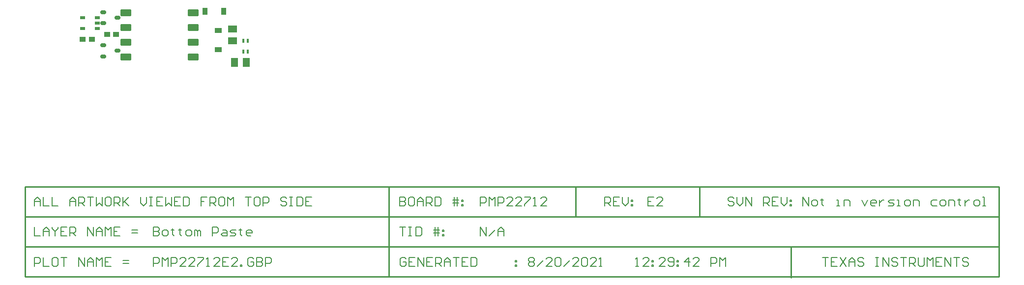
<source format=gbp>
G04*
G04 #@! TF.GenerationSoftware,Altium Limited,Altium Designer,21.6.1 (37)*
G04*
G04 Layer_Color=128*
%FSAX44Y44*%
%MOMM*%
G71*
G04*
G04 #@! TF.SameCoordinates,618BDD94-0BF2-4233-98CF-319708F98917*
G04*
G04*
G04 #@! TF.FilePolarity,Positive*
G04*
G01*
G75*
%ADD15C,0.2032*%
%ADD17C,0.2540*%
G04:AMPARAMS|DCode=18|XSize=0.75mm|YSize=0.4mm|CornerRadius=0.05mm|HoleSize=0mm|Usage=FLASHONLY|Rotation=270.000|XOffset=0mm|YOffset=0mm|HoleType=Round|Shape=RoundedRectangle|*
%AMROUNDEDRECTD18*
21,1,0.7500,0.3000,0,0,270.0*
21,1,0.6500,0.4000,0,0,270.0*
1,1,0.1000,-0.1500,-0.3250*
1,1,0.1000,-0.1500,0.3250*
1,1,0.1000,0.1500,0.3250*
1,1,0.1000,0.1500,-0.3250*
%
%ADD18ROUNDEDRECTD18*%
%ADD19R,1.2700X1.6002*%
%ADD20R,1.6002X1.2700*%
G04:AMPARAMS|DCode=21|XSize=0.9144mm|YSize=1.2192mm|CornerRadius=0.0503mm|HoleSize=0mm|Usage=FLASHONLY|Rotation=180.000|XOffset=0mm|YOffset=0mm|HoleType=Round|Shape=RoundedRectangle|*
%AMROUNDEDRECTD21*
21,1,0.9144,1.1186,0,0,180.0*
21,1,0.8138,1.2192,0,0,180.0*
1,1,0.1006,-0.4069,0.5593*
1,1,0.1006,0.4069,0.5593*
1,1,0.1006,0.4069,-0.5593*
1,1,0.1006,-0.4069,-0.5593*
%
%ADD21ROUNDEDRECTD21*%
G04:AMPARAMS|DCode=22|XSize=0.9144mm|YSize=1.2192mm|CornerRadius=0.0503mm|HoleSize=0mm|Usage=FLASHONLY|Rotation=270.000|XOffset=0mm|YOffset=0mm|HoleType=Round|Shape=RoundedRectangle|*
%AMROUNDEDRECTD22*
21,1,0.9144,1.1186,0,0,270.0*
21,1,0.8138,1.2192,0,0,270.0*
1,1,0.1006,-0.5593,-0.4069*
1,1,0.1006,-0.5593,0.4069*
1,1,0.1006,0.5593,0.4069*
1,1,0.1006,0.5593,-0.4069*
%
%ADD22ROUNDEDRECTD22*%
G04:AMPARAMS|DCode=23|XSize=1.82mm|YSize=1.12mm|CornerRadius=0.0504mm|HoleSize=0mm|Usage=FLASHONLY|Rotation=0.000|XOffset=0mm|YOffset=0mm|HoleType=Round|Shape=RoundedRectangle|*
%AMROUNDEDRECTD23*
21,1,1.8200,1.0192,0,0,0.0*
21,1,1.7192,1.1200,0,0,0.0*
1,1,0.1008,0.8596,-0.5096*
1,1,0.1008,-0.8596,-0.5096*
1,1,0.1008,-0.8596,0.5096*
1,1,0.1008,0.8596,0.5096*
%
%ADD23ROUNDEDRECTD23*%
G04:AMPARAMS|DCode=24|XSize=0.55mm|YSize=0.8mm|CornerRadius=0.0495mm|HoleSize=0mm|Usage=FLASHONLY|Rotation=270.000|XOffset=0mm|YOffset=0mm|HoleType=Round|Shape=RoundedRectangle|*
%AMROUNDEDRECTD24*
21,1,0.5500,0.7010,0,0,270.0*
21,1,0.4510,0.8000,0,0,270.0*
1,1,0.0990,-0.3505,-0.2255*
1,1,0.0990,-0.3505,0.2255*
1,1,0.0990,0.3505,0.2255*
1,1,0.0990,0.3505,-0.2255*
%
%ADD24ROUNDEDRECTD24*%
G04:AMPARAMS|DCode=25|XSize=0.6mm|YSize=1mm|CornerRadius=0.15mm|HoleSize=0mm|Usage=FLASHONLY|Rotation=90.000|XOffset=0mm|YOffset=0mm|HoleType=Round|Shape=RoundedRectangle|*
%AMROUNDEDRECTD25*
21,1,0.6000,0.7000,0,0,90.0*
21,1,0.3000,1.0000,0,0,90.0*
1,1,0.3000,0.3500,0.1500*
1,1,0.3000,0.3500,-0.1500*
1,1,0.3000,-0.3500,-0.1500*
1,1,0.3000,-0.3500,0.1500*
%
%ADD25ROUNDEDRECTD25*%
%ADD26R,1.0000X0.9500*%
G54D15*
X00322326Y00186814D02*
Y00171579D01*
X00329944D01*
X00332483Y00174118D01*
Y00176657D01*
X00329944Y00179196D01*
X00322326D01*
X00329944D01*
X00332483Y00181735D01*
Y00184275D01*
X00329944Y00186814D01*
X00322326D01*
X00340100Y00171579D02*
X00345179D01*
X00347718Y00174118D01*
Y00179196D01*
X00345179Y00181735D01*
X00340100D01*
X00337561Y00179196D01*
Y00174118D01*
X00340100Y00171579D01*
X00355335Y00184275D02*
Y00181735D01*
X00352796D01*
X00357874D01*
X00355335D01*
Y00174118D01*
X00357874Y00171579D01*
X00368031Y00184275D02*
Y00181735D01*
X00365492D01*
X00370570D01*
X00368031D01*
Y00174118D01*
X00370570Y00171579D01*
X00380727D02*
X00385806D01*
X00388345Y00174118D01*
Y00179196D01*
X00385806Y00181735D01*
X00380727D01*
X00378188Y00179196D01*
Y00174118D01*
X00380727Y00171579D01*
X00393423D02*
Y00181735D01*
X00395962D01*
X00398501Y00179196D01*
Y00171579D01*
Y00179196D01*
X00401040Y00181735D01*
X00403580Y00179196D01*
Y00171579D01*
X00423893D02*
Y00186814D01*
X00431511D01*
X00434050Y00184275D01*
Y00179196D01*
X00431511Y00176657D01*
X00423893D01*
X00441667Y00181735D02*
X00446746D01*
X00449285Y00179196D01*
Y00171579D01*
X00441667D01*
X00439128Y00174118D01*
X00441667Y00176657D01*
X00449285D01*
X00454363Y00171579D02*
X00461981D01*
X00464520Y00174118D01*
X00461981Y00176657D01*
X00456903D01*
X00454363Y00179196D01*
X00456903Y00181735D01*
X00464520D01*
X00472137Y00184275D02*
Y00181735D01*
X00469598D01*
X00474677D01*
X00472137D01*
Y00174118D01*
X00474677Y00171579D01*
X00489912D02*
X00484833D01*
X00482294Y00174118D01*
Y00179196D01*
X00484833Y00181735D01*
X00489912D01*
X00492451Y00179196D01*
Y00176657D01*
X00482294D01*
X01441196Y00223097D02*
Y00238332D01*
X01451353Y00223097D01*
Y00238332D01*
X01458970Y00223097D02*
X01464049D01*
X01466588Y00225636D01*
Y00230714D01*
X01464049Y00233253D01*
X01458970D01*
X01456431Y00230714D01*
Y00225636D01*
X01458970Y00223097D01*
X01474205Y00235793D02*
Y00233253D01*
X01471666D01*
X01476745D01*
X01474205D01*
Y00225636D01*
X01476745Y00223097D01*
X01499597D02*
X01504675D01*
X01502136D01*
Y00233253D01*
X01499597D01*
X01512293Y00223097D02*
Y00233253D01*
X01519910D01*
X01522450Y00230714D01*
Y00223097D01*
X01542763Y00233253D02*
X01547841Y00223097D01*
X01552920Y00233253D01*
X01565616Y00223097D02*
X01560537D01*
X01557998Y00225636D01*
Y00230714D01*
X01560537Y00233253D01*
X01565616D01*
X01568155Y00230714D01*
Y00228175D01*
X01557998D01*
X01573233Y00233253D02*
Y00223097D01*
Y00228175D01*
X01575773Y00230714D01*
X01578312Y00233253D01*
X01580851D01*
X01588468Y00223097D02*
X01596086D01*
X01598625Y00225636D01*
X01596086Y00228175D01*
X01591008D01*
X01588468Y00230714D01*
X01591008Y00233253D01*
X01598625D01*
X01603703Y00223097D02*
X01608782D01*
X01606243D01*
Y00233253D01*
X01603703D01*
X01618938Y00223097D02*
X01624017D01*
X01626556Y00225636D01*
Y00230714D01*
X01624017Y00233253D01*
X01618938D01*
X01616399Y00230714D01*
Y00225636D01*
X01618938Y00223097D01*
X01631634D02*
Y00233253D01*
X01639252D01*
X01641791Y00230714D01*
Y00223097D01*
X01672261Y00233253D02*
X01664644D01*
X01662104Y00230714D01*
Y00225636D01*
X01664644Y00223097D01*
X01672261D01*
X01679879D02*
X01684957D01*
X01687496Y00225636D01*
Y00230714D01*
X01684957Y00233253D01*
X01679879D01*
X01677340Y00230714D01*
Y00225636D01*
X01679879Y00223097D01*
X01692575D02*
Y00233253D01*
X01700192D01*
X01702731Y00230714D01*
Y00223097D01*
X01710349Y00235793D02*
Y00233253D01*
X01707810D01*
X01712888D01*
X01710349D01*
Y00225636D01*
X01712888Y00223097D01*
X01720506Y00233253D02*
Y00223097D01*
Y00228175D01*
X01723045Y00230714D01*
X01725584Y00233253D01*
X01728123D01*
X01738280Y00223097D02*
X01743358D01*
X01745897Y00225636D01*
Y00230714D01*
X01743358Y00233253D01*
X01738280D01*
X01735741Y00230714D01*
Y00225636D01*
X01738280Y00223097D01*
X01750976D02*
X01756054D01*
X01753515D01*
Y00238332D01*
X01750976D01*
X01322829Y00235793D02*
X01320289Y00238332D01*
X01315211D01*
X01312672Y00235793D01*
Y00233253D01*
X01315211Y00230714D01*
X01320289D01*
X01322829Y00228175D01*
Y00225636D01*
X01320289Y00223097D01*
X01315211D01*
X01312672Y00225636D01*
X01327907Y00238332D02*
Y00228175D01*
X01332985Y00223097D01*
X01338064Y00228175D01*
Y00238332D01*
X01343142Y00223097D02*
Y00238332D01*
X01353299Y00223097D01*
Y00238332D01*
X01373612Y00223097D02*
Y00238332D01*
X01381230D01*
X01383769Y00235793D01*
Y00230714D01*
X01381230Y00228175D01*
X01373612D01*
X01378691D02*
X01383769Y00223097D01*
X01399004Y00238332D02*
X01388847D01*
Y00223097D01*
X01399004D01*
X01388847Y00230714D02*
X01393926D01*
X01404082Y00238332D02*
Y00228175D01*
X01409161Y00223097D01*
X01414239Y00228175D01*
Y00238332D01*
X01419317Y00233253D02*
X01421857D01*
Y00230714D01*
X01419317D01*
Y00233253D01*
Y00225636D02*
X01421857D01*
Y00223097D01*
X01419317D01*
Y00225636D01*
X01099820Y00223097D02*
Y00238332D01*
X01107438D01*
X01109977Y00235793D01*
Y00230714D01*
X01107438Y00228175D01*
X01099820D01*
X01104898D02*
X01109977Y00223097D01*
X01125212Y00238332D02*
X01115055D01*
Y00223097D01*
X01125212D01*
X01115055Y00230714D02*
X01120133D01*
X01130290Y00238332D02*
Y00228175D01*
X01135368Y00223097D01*
X01140447Y00228175D01*
Y00238332D01*
X01145525Y00233253D02*
X01148064D01*
Y00230714D01*
X01145525D01*
Y00233253D01*
Y00225636D02*
X01148064D01*
Y00223097D01*
X01145525D01*
Y00225636D01*
X00322326Y00119295D02*
Y00134530D01*
X00329944D01*
X00332483Y00131991D01*
Y00126912D01*
X00329944Y00124373D01*
X00322326D01*
X00337561Y00119295D02*
Y00134530D01*
X00342639Y00129452D01*
X00347718Y00134530D01*
Y00119295D01*
X00352796D02*
Y00134530D01*
X00360414D01*
X00362953Y00131991D01*
Y00126912D01*
X00360414Y00124373D01*
X00352796D01*
X00378188Y00119295D02*
X00368031D01*
X00378188Y00129452D01*
Y00131991D01*
X00375649Y00134530D01*
X00370570D01*
X00368031Y00131991D01*
X00393423Y00119295D02*
X00383266D01*
X00393423Y00129452D01*
Y00131991D01*
X00390884Y00134530D01*
X00385806D01*
X00383266Y00131991D01*
X00398501Y00134530D02*
X00408658D01*
Y00131991D01*
X00398501Y00121834D01*
Y00119295D01*
X00413736D02*
X00418815D01*
X00416276D01*
Y00134530D01*
X00413736Y00131991D01*
X00436589Y00119295D02*
X00426432D01*
X00436589Y00129452D01*
Y00131991D01*
X00434050Y00134530D01*
X00428971D01*
X00426432Y00131991D01*
X00451824Y00134530D02*
X00441667D01*
Y00119295D01*
X00451824D01*
X00441667Y00126912D02*
X00446746D01*
X00467059Y00119295D02*
X00456903D01*
X00467059Y00129452D01*
Y00131991D01*
X00464520Y00134530D01*
X00459442D01*
X00456903Y00131991D01*
X00472137Y00119295D02*
Y00121834D01*
X00474677D01*
Y00119295D01*
X00472137D01*
X00494990Y00131991D02*
X00492451Y00134530D01*
X00487373D01*
X00484833Y00131991D01*
Y00121834D01*
X00487373Y00119295D01*
X00492451D01*
X00494990Y00121834D01*
Y00126912D01*
X00489912D01*
X00500069Y00134530D02*
Y00119295D01*
X00507686D01*
X00510225Y00121834D01*
Y00124373D01*
X00507686Y00126912D01*
X00500069D01*
X00507686D01*
X00510225Y00129452D01*
Y00131991D01*
X00507686Y00134530D01*
X00500069D01*
X00515304Y00119295D02*
Y00134530D01*
X00522921D01*
X00525460Y00131991D01*
Y00126912D01*
X00522921Y00124373D01*
X00515304D01*
X00968121Y00131991D02*
X00970660Y00134530D01*
X00975739D01*
X00978278Y00131991D01*
Y00129452D01*
X00975739Y00126912D01*
X00978278Y00124373D01*
Y00121834D01*
X00975739Y00119295D01*
X00970660D01*
X00968121Y00121834D01*
Y00124373D01*
X00970660Y00126912D01*
X00968121Y00129452D01*
Y00131991D01*
X00970660Y00126912D02*
X00975739D01*
X00983356Y00119295D02*
X00993513Y00129452D01*
X01008748Y00119295D02*
X00998591D01*
X01008748Y00129452D01*
Y00131991D01*
X01006209Y00134530D01*
X01001130D01*
X00998591Y00131991D01*
X01013826D02*
X01016365Y00134530D01*
X01021444D01*
X01023983Y00131991D01*
Y00121834D01*
X01021444Y00119295D01*
X01016365D01*
X01013826Y00121834D01*
Y00131991D01*
X01029061Y00119295D02*
X01039218Y00129452D01*
X01054453Y00119295D02*
X01044296D01*
X01054453Y00129452D01*
Y00131991D01*
X01051914Y00134530D01*
X01046835D01*
X01044296Y00131991D01*
X01059531D02*
X01062071Y00134530D01*
X01067149D01*
X01069688Y00131991D01*
Y00121834D01*
X01067149Y00119295D01*
X01062071D01*
X01059531Y00121834D01*
Y00131991D01*
X01084923Y00119295D02*
X01074766D01*
X01084923Y00129452D01*
Y00131991D01*
X01082384Y00134530D01*
X01077306D01*
X01074766Y00131991D01*
X01090002Y00119295D02*
X01095080D01*
X01092541D01*
Y00134530D01*
X01090002Y00131991D01*
X00757425D02*
X00754885Y00134530D01*
X00749807D01*
X00747268Y00131991D01*
Y00121834D01*
X00749807Y00119295D01*
X00754885D01*
X00757425Y00121834D01*
Y00126912D01*
X00752346D01*
X00772660Y00134530D02*
X00762503D01*
Y00119295D01*
X00772660D01*
X00762503Y00126912D02*
X00767581D01*
X00777738Y00119295D02*
Y00134530D01*
X00787895Y00119295D01*
Y00134530D01*
X00803130D02*
X00792973D01*
Y00119295D01*
X00803130D01*
X00792973Y00126912D02*
X00798052D01*
X00808208Y00119295D02*
Y00134530D01*
X00815826D01*
X00818365Y00131991D01*
Y00126912D01*
X00815826Y00124373D01*
X00808208D01*
X00813287D02*
X00818365Y00119295D01*
X00823443D02*
Y00129452D01*
X00828522Y00134530D01*
X00833600Y00129452D01*
Y00119295D01*
Y00126912D01*
X00823443D01*
X00838678Y00134530D02*
X00848835D01*
X00843757D01*
Y00119295D01*
X00864070Y00134530D02*
X00853913D01*
Y00119295D01*
X00864070D01*
X00853913Y00126912D02*
X00858992D01*
X00869149Y00134530D02*
Y00119295D01*
X00876766D01*
X00879305Y00121834D01*
Y00131991D01*
X00876766Y00134530D01*
X00869149D01*
X00945324Y00129452D02*
X00947863D01*
Y00126912D01*
X00945324D01*
Y00129452D01*
Y00121834D02*
X00947863D01*
Y00119295D01*
X00945324D01*
Y00121834D01*
X00117729Y00223097D02*
Y00233253D01*
X00122807Y00238332D01*
X00127886Y00233253D01*
Y00223097D01*
Y00230714D01*
X00117729D01*
X00132964Y00238332D02*
Y00223097D01*
X00143121D01*
X00148199Y00238332D02*
Y00223097D01*
X00158356D01*
X00178669D02*
Y00233253D01*
X00183748Y00238332D01*
X00188826Y00233253D01*
Y00223097D01*
Y00230714D01*
X00178669D01*
X00193904Y00223097D02*
Y00238332D01*
X00201522D01*
X00204061Y00235793D01*
Y00230714D01*
X00201522Y00228175D01*
X00193904D01*
X00198983D02*
X00204061Y00223097D01*
X00209139Y00238332D02*
X00219296D01*
X00214218D01*
Y00223097D01*
X00224375Y00238332D02*
Y00223097D01*
X00229453Y00228175D01*
X00234531Y00223097D01*
Y00238332D01*
X00247227D02*
X00242149D01*
X00239610Y00235793D01*
Y00225636D01*
X00242149Y00223097D01*
X00247227D01*
X00249766Y00225636D01*
Y00235793D01*
X00247227Y00238332D01*
X00254845Y00223097D02*
Y00238332D01*
X00262462D01*
X00265001Y00235793D01*
Y00230714D01*
X00262462Y00228175D01*
X00254845D01*
X00259923D02*
X00265001Y00223097D01*
X00270080Y00238332D02*
Y00223097D01*
Y00228175D01*
X00280236Y00238332D01*
X00272619Y00230714D01*
X00280236Y00223097D01*
X00300550Y00238332D02*
Y00228175D01*
X00305628Y00223097D01*
X00310707Y00228175D01*
Y00238332D01*
X00315785D02*
X00320863D01*
X00318324D01*
Y00223097D01*
X00315785D01*
X00320863D01*
X00338638Y00238332D02*
X00328481D01*
Y00223097D01*
X00338638D01*
X00328481Y00230714D02*
X00333559D01*
X00343716Y00238332D02*
Y00223097D01*
X00348794Y00228175D01*
X00353873Y00223097D01*
Y00238332D01*
X00369108D02*
X00358951D01*
Y00223097D01*
X00369108D01*
X00358951Y00230714D02*
X00364029D01*
X00374186Y00238332D02*
Y00223097D01*
X00381804D01*
X00384343Y00225636D01*
Y00235793D01*
X00381804Y00238332D01*
X00374186D01*
X00414813D02*
X00404656D01*
Y00230714D01*
X00409734D01*
X00404656D01*
Y00223097D01*
X00419891D02*
Y00238332D01*
X00427509D01*
X00430048Y00235793D01*
Y00230714D01*
X00427509Y00228175D01*
X00419891D01*
X00424970D02*
X00430048Y00223097D01*
X00442744Y00238332D02*
X00437665D01*
X00435126Y00235793D01*
Y00225636D01*
X00437665Y00223097D01*
X00442744D01*
X00445283Y00225636D01*
Y00235793D01*
X00442744Y00238332D01*
X00450361Y00223097D02*
Y00238332D01*
X00455440Y00233253D01*
X00460518Y00238332D01*
Y00223097D01*
X00480832Y00238332D02*
X00490988D01*
X00485910D01*
Y00223097D01*
X00503684Y00238332D02*
X00498606D01*
X00496067Y00235793D01*
Y00225636D01*
X00498606Y00223097D01*
X00503684D01*
X00506223Y00225636D01*
Y00235793D01*
X00503684Y00238332D01*
X00511302Y00223097D02*
Y00238332D01*
X00518919D01*
X00521458Y00235793D01*
Y00230714D01*
X00518919Y00228175D01*
X00511302D01*
X00551929Y00235793D02*
X00549389Y00238332D01*
X00544311D01*
X00541772Y00235793D01*
Y00233253D01*
X00544311Y00230714D01*
X00549389D01*
X00551929Y00228175D01*
Y00225636D01*
X00549389Y00223097D01*
X00544311D01*
X00541772Y00225636D01*
X00557007Y00238332D02*
X00562085D01*
X00559546D01*
Y00223097D01*
X00557007D01*
X00562085D01*
X00569703Y00238332D02*
Y00223097D01*
X00577320D01*
X00579860Y00225636D01*
Y00235793D01*
X00577320Y00238332D01*
X00569703D01*
X00595095D02*
X00584938D01*
Y00223097D01*
X00595095D01*
X00584938Y00230714D02*
X00590016D01*
X01184018Y00238332D02*
X01173861D01*
Y00223097D01*
X01184018D01*
X01173861Y00230714D02*
X01178939D01*
X01199253Y00223097D02*
X01189096D01*
X01199253Y00233253D01*
Y00235793D01*
X01196714Y00238332D01*
X01191635D01*
X01189096Y00235793D01*
X00885317Y00223097D02*
Y00238332D01*
X00892934D01*
X00895474Y00235793D01*
Y00230714D01*
X00892934Y00228175D01*
X00885317D01*
X00900552Y00223097D02*
Y00238332D01*
X00905630Y00233253D01*
X00910709Y00238332D01*
Y00223097D01*
X00915787D02*
Y00238332D01*
X00923405D01*
X00925944Y00235793D01*
Y00230714D01*
X00923405Y00228175D01*
X00915787D01*
X00941179Y00223097D02*
X00931022D01*
X00941179Y00233253D01*
Y00235793D01*
X00938640Y00238332D01*
X00933561D01*
X00931022Y00235793D01*
X00956414Y00223097D02*
X00946257D01*
X00956414Y00233253D01*
Y00235793D01*
X00953875Y00238332D01*
X00948796D01*
X00946257Y00235793D01*
X00961492Y00238332D02*
X00971649D01*
Y00235793D01*
X00961492Y00225636D01*
Y00223097D01*
X00976727D02*
X00981806D01*
X00979267D01*
Y00238332D01*
X00976727Y00235793D01*
X00999580Y00223097D02*
X00989423D01*
X00999580Y00233253D01*
Y00235793D01*
X00997041Y00238332D01*
X00991963D01*
X00989423Y00235793D01*
X00746760Y00238332D02*
Y00223097D01*
X00754378D01*
X00756917Y00225636D01*
Y00228175D01*
X00754378Y00230714D01*
X00746760D01*
X00754378D01*
X00756917Y00233253D01*
Y00235793D01*
X00754378Y00238332D01*
X00746760D01*
X00769613D02*
X00764534D01*
X00761995Y00235793D01*
Y00225636D01*
X00764534Y00223097D01*
X00769613D01*
X00772152Y00225636D01*
Y00235793D01*
X00769613Y00238332D01*
X00777230Y00223097D02*
Y00233253D01*
X00782309Y00238332D01*
X00787387Y00233253D01*
Y00223097D01*
Y00230714D01*
X00777230D01*
X00792465Y00223097D02*
Y00238332D01*
X00800083D01*
X00802622Y00235793D01*
Y00230714D01*
X00800083Y00228175D01*
X00792465D01*
X00797544D02*
X00802622Y00223097D01*
X00807700Y00238332D02*
Y00223097D01*
X00815318D01*
X00817857Y00225636D01*
Y00235793D01*
X00815318Y00238332D01*
X00807700D01*
X00840710Y00223097D02*
Y00238332D01*
X00845788D02*
Y00223097D01*
X00838170Y00233253D02*
X00845788D01*
X00848327D01*
X00838170Y00228175D02*
X00848327D01*
X00853406Y00233253D02*
X00855945D01*
Y00230714D01*
X00853406D01*
Y00233253D01*
Y00225636D02*
X00855945D01*
Y00223097D01*
X00853406D01*
Y00225636D01*
X00117729Y00186814D02*
Y00171579D01*
X00127886D01*
X00132964D02*
Y00181735D01*
X00138042Y00186814D01*
X00143121Y00181735D01*
Y00171579D01*
Y00179196D01*
X00132964D01*
X00148199Y00186814D02*
Y00184275D01*
X00153278Y00179196D01*
X00158356Y00184275D01*
Y00186814D01*
X00153278Y00179196D02*
Y00171579D01*
X00173591Y00186814D02*
X00163434D01*
Y00171579D01*
X00173591D01*
X00163434Y00179196D02*
X00168513D01*
X00178669Y00171579D02*
Y00186814D01*
X00186287D01*
X00188826Y00184275D01*
Y00179196D01*
X00186287Y00176657D01*
X00178669D01*
X00183748D02*
X00188826Y00171579D01*
X00209139D02*
Y00186814D01*
X00219296Y00171579D01*
Y00186814D01*
X00224375Y00171579D02*
Y00181735D01*
X00229453Y00186814D01*
X00234531Y00181735D01*
Y00171579D01*
Y00179196D01*
X00224375D01*
X00239610Y00171579D02*
Y00186814D01*
X00244688Y00181735D01*
X00249766Y00186814D01*
Y00171579D01*
X00265001Y00186814D02*
X00254845D01*
Y00171579D01*
X00265001D01*
X00254845Y00179196D02*
X00259923D01*
X00285315Y00176657D02*
X00295471D01*
X00285315Y00181735D02*
X00295471D01*
X00117729Y00119295D02*
Y00134530D01*
X00125346D01*
X00127886Y00131991D01*
Y00126912D01*
X00125346Y00124373D01*
X00117729D01*
X00132964Y00134530D02*
Y00119295D01*
X00143121D01*
X00155817Y00134530D02*
X00150738D01*
X00148199Y00131991D01*
Y00121834D01*
X00150738Y00119295D01*
X00155817D01*
X00158356Y00121834D01*
Y00131991D01*
X00155817Y00134530D01*
X00163434D02*
X00173591D01*
X00168513D01*
Y00119295D01*
X00193904D02*
Y00134530D01*
X00204061Y00119295D01*
Y00134530D01*
X00209139Y00119295D02*
Y00129452D01*
X00214218Y00134530D01*
X00219296Y00129452D01*
Y00119295D01*
Y00126912D01*
X00209139D01*
X00224375Y00119295D02*
Y00134530D01*
X00229453Y00129452D01*
X00234531Y00134530D01*
Y00119295D01*
X00249766Y00134530D02*
X00239610D01*
Y00119295D01*
X00249766D01*
X00239610Y00126912D02*
X00244688D01*
X00270080Y00124373D02*
X00280236D01*
X00270080Y00129452D02*
X00280236D01*
X01153287Y00119295D02*
X01158365D01*
X01155826D01*
Y00134530D01*
X01153287Y00131991D01*
X01176140Y00119295D02*
X01165983D01*
X01176140Y00129452D01*
Y00131991D01*
X01173600Y00134530D01*
X01168522D01*
X01165983Y00131991D01*
X01181218Y00129452D02*
X01183757D01*
Y00126912D01*
X01181218D01*
Y00129452D01*
Y00121834D02*
X01183757D01*
Y00119295D01*
X01181218D01*
Y00121834D01*
X01204071Y00119295D02*
X01193914D01*
X01204071Y00129452D01*
Y00131991D01*
X01201531Y00134530D01*
X01196453D01*
X01193914Y00131991D01*
X01209149Y00121834D02*
X01211688Y00119295D01*
X01216767D01*
X01219306Y00121834D01*
Y00131991D01*
X01216767Y00134530D01*
X01211688D01*
X01209149Y00131991D01*
Y00129452D01*
X01211688Y00126912D01*
X01219306D01*
X01224384Y00129452D02*
X01226923D01*
Y00126912D01*
X01224384D01*
Y00129452D01*
Y00121834D02*
X01226923D01*
Y00119295D01*
X01224384D01*
Y00121834D01*
X01244697Y00119295D02*
Y00134530D01*
X01237080Y00126912D01*
X01247237D01*
X01262472Y00119295D02*
X01252315D01*
X01262472Y00129452D01*
Y00131991D01*
X01259932Y00134530D01*
X01254854D01*
X01252315Y00131991D01*
X01282785Y00119295D02*
Y00134530D01*
X01290403D01*
X01292942Y00131991D01*
Y00126912D01*
X01290403Y00124373D01*
X01282785D01*
X01298020Y00119295D02*
Y00134530D01*
X01303098Y00129452D01*
X01308177Y00134530D01*
Y00119295D01*
X01474470Y00134530D02*
X01484627D01*
X01479548D01*
Y00119295D01*
X01499862Y00134530D02*
X01489705D01*
Y00119295D01*
X01499862D01*
X01489705Y00126912D02*
X01494783D01*
X01504940Y00134530D02*
X01515097Y00119295D01*
Y00134530D02*
X01504940Y00119295D01*
X01520175D02*
Y00129452D01*
X01525254Y00134530D01*
X01530332Y00129452D01*
Y00119295D01*
Y00126912D01*
X01520175D01*
X01545567Y00131991D02*
X01543028Y00134530D01*
X01537950D01*
X01535410Y00131991D01*
Y00129452D01*
X01537950Y00126912D01*
X01543028D01*
X01545567Y00124373D01*
Y00121834D01*
X01543028Y00119295D01*
X01537950D01*
X01535410Y00121834D01*
X01565880Y00134530D02*
X01570959D01*
X01568420D01*
Y00119295D01*
X01565880D01*
X01570959D01*
X01578576D02*
Y00134530D01*
X01588733Y00119295D01*
Y00134530D01*
X01603968Y00131991D02*
X01601429Y00134530D01*
X01596351D01*
X01593811Y00131991D01*
Y00129452D01*
X01596351Y00126912D01*
X01601429D01*
X01603968Y00124373D01*
Y00121834D01*
X01601429Y00119295D01*
X01596351D01*
X01593811Y00121834D01*
X01609046Y00134530D02*
X01619203D01*
X01614125D01*
Y00119295D01*
X01624281D02*
Y00134530D01*
X01631899D01*
X01634438Y00131991D01*
Y00126912D01*
X01631899Y00124373D01*
X01624281D01*
X01629360D02*
X01634438Y00119295D01*
X01639517Y00134530D02*
Y00121834D01*
X01642056Y00119295D01*
X01647134D01*
X01649673Y00121834D01*
Y00134530D01*
X01654752Y00119295D02*
Y00134530D01*
X01659830Y00129452D01*
X01664908Y00134530D01*
Y00119295D01*
X01680143Y00134530D02*
X01669987D01*
Y00119295D01*
X01680143D01*
X01669987Y00126912D02*
X01675065D01*
X01685222Y00119295D02*
Y00134530D01*
X01695379Y00119295D01*
Y00134530D01*
X01700457D02*
X01710614D01*
X01705535D01*
Y00119295D01*
X01725849Y00131991D02*
X01723309Y00134530D01*
X01718231D01*
X01715692Y00131991D01*
Y00129452D01*
X01718231Y00126912D01*
X01723309D01*
X01725849Y00124373D01*
Y00121834D01*
X01723309Y00119295D01*
X01718231D01*
X01715692Y00121834D01*
X00746760Y00186685D02*
X00756917D01*
X00751838D01*
Y00171450D01*
X00761995Y00186685D02*
X00767073D01*
X00764534D01*
Y00171450D01*
X00761995D01*
X00767073D01*
X00774691Y00186685D02*
Y00171450D01*
X00782309D01*
X00784848Y00173989D01*
Y00184146D01*
X00782309Y00186685D01*
X00774691D01*
X00807700Y00171450D02*
Y00186685D01*
X00812779D02*
Y00171450D01*
X00805161Y00181607D02*
X00812779D01*
X00815318D01*
X00805161Y00176528D02*
X00815318D01*
X00820396Y00181607D02*
X00822935D01*
Y00179067D01*
X00820396D01*
Y00181607D01*
Y00173989D02*
X00822935D01*
Y00171450D01*
X00820396D01*
Y00173989D01*
X00885317Y00171450D02*
Y00186685D01*
X00895474Y00171450D01*
Y00186685D01*
X00900552Y00171450D02*
X00910709Y00181607D01*
X00915787Y00171450D02*
Y00181607D01*
X00920865Y00186685D01*
X00925944Y00181607D01*
Y00171450D01*
Y00179067D01*
X00915787D01*
G54D17*
X01262888Y00205020D02*
Y00256667D01*
X01049528Y00205020D02*
Y00256667D01*
X00101600Y00205020D02*
X01778508D01*
X00101600Y00153374D02*
X01778000D01*
X00101600Y00101727D02*
X01118870D01*
X00101727Y00256667D02*
X01778508D01*
X00101727Y00101727D02*
Y00256667D01*
Y00101727D02*
X00501904D01*
X00101600D02*
Y00256667D01*
X00727710Y00101727D02*
Y00256667D01*
X01778508Y00101727D02*
Y00256667D01*
X01118870Y00101727D02*
X01778508D01*
X01420876Y00100076D02*
Y00151596D01*
G54D18*
X00477268Y00507681D02*
D03*
Y00489180D02*
D03*
X00485268Y00507681D02*
D03*
Y00489180D02*
D03*
G54D19*
X00482862Y00470378D02*
D03*
X00462542D02*
D03*
G54D20*
X00458393Y00508043D02*
D03*
Y00528363D02*
D03*
G54D21*
X00411054Y00558825D02*
D03*
X00443820D02*
D03*
G54D22*
X00433938Y00492551D02*
D03*
Y00525317D02*
D03*
G54D23*
X00391468Y00480103D02*
D03*
Y00505503D02*
D03*
Y00530903D02*
D03*
Y00556303D02*
D03*
X00275068D02*
D03*
Y00530903D02*
D03*
Y00505503D02*
D03*
Y00480103D02*
D03*
G54D24*
X00226018Y00547861D02*
D03*
Y00538361D02*
D03*
Y00528861D02*
D03*
X00200518D02*
D03*
Y00547861D02*
D03*
G54D25*
X00260518Y00490668D02*
D03*
X00236518Y00500168D02*
D03*
Y00481169D02*
D03*
X00260518Y00547861D02*
D03*
X00236518Y00557361D02*
D03*
Y00538361D02*
D03*
G54D26*
X00216268Y00510055D02*
D03*
X00200268D02*
D03*
X00258518Y00518563D02*
D03*
X00242518D02*
D03*
M02*

</source>
